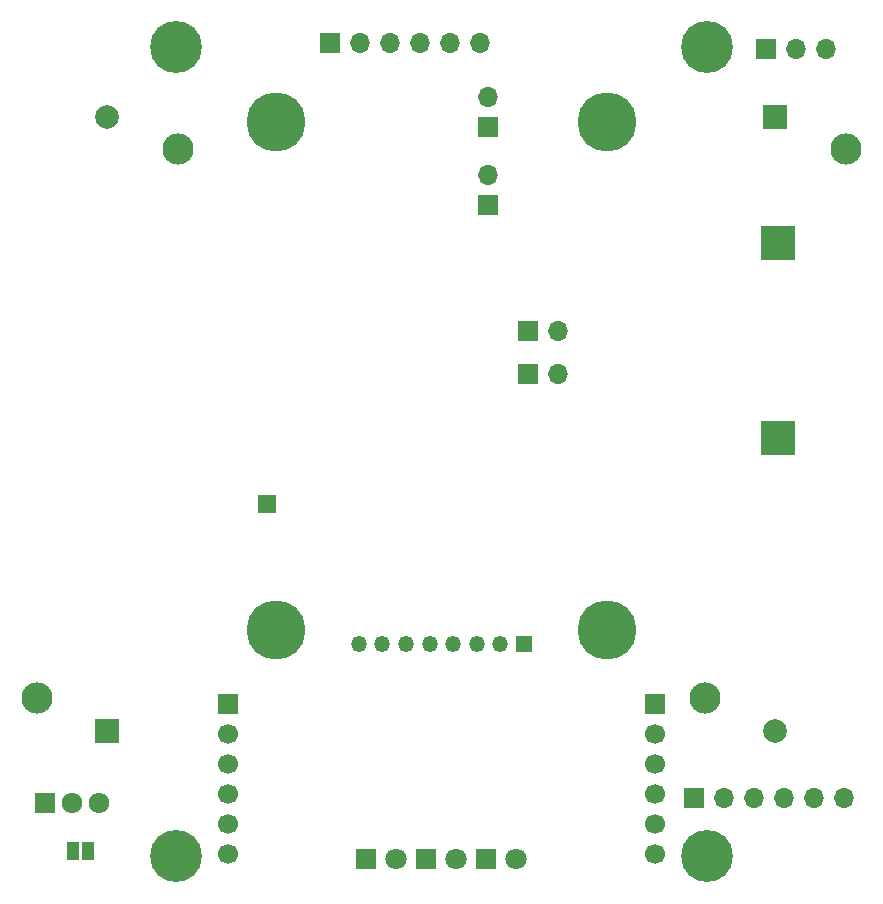
<source format=gbr>
%TF.GenerationSoftware,KiCad,Pcbnew,8.0.9-8.0.9-0~ubuntu22.04.1*%
%TF.CreationDate,2025-06-26T12:13:22+02:00*%
%TF.ProjectId,HB-UNI-SEN-BATT_ATMega1284P_E07-900MM10S_CO2_FUEL4EP,48422d55-4e49-42d5-9345-4e2d42415454,1.0*%
%TF.SameCoordinates,Original*%
%TF.FileFunction,Soldermask,Bot*%
%TF.FilePolarity,Negative*%
%FSLAX46Y46*%
G04 Gerber Fmt 4.6, Leading zero omitted, Abs format (unit mm)*
G04 Created by KiCad (PCBNEW 8.0.9-8.0.9-0~ubuntu22.04.1) date 2025-06-26 12:13:22*
%MOMM*%
%LPD*%
G01*
G04 APERTURE LIST*
G04 Aperture macros list*
%AMRoundRect*
0 Rectangle with rounded corners*
0 $1 Rounding radius*
0 $2 $3 $4 $5 $6 $7 $8 $9 X,Y pos of 4 corners*
0 Add a 4 corners polygon primitive as box body*
4,1,4,$2,$3,$4,$5,$6,$7,$8,$9,$2,$3,0*
0 Add four circle primitives for the rounded corners*
1,1,$1+$1,$2,$3*
1,1,$1+$1,$4,$5*
1,1,$1+$1,$6,$7*
1,1,$1+$1,$8,$9*
0 Add four rect primitives between the rounded corners*
20,1,$1+$1,$2,$3,$4,$5,0*
20,1,$1+$1,$4,$5,$6,$7,0*
20,1,$1+$1,$6,$7,$8,$9,0*
20,1,$1+$1,$8,$9,$2,$3,0*%
G04 Aperture macros list end*
%ADD10R,1.700000X1.700000*%
%ADD11O,1.700000X1.700000*%
%ADD12R,1.717500X1.800000*%
%ADD13O,1.717500X1.800000*%
%ADD14R,1.000000X1.500000*%
%ADD15C,0.700000*%
%ADD16C,4.400000*%
%ADD17C,2.640000*%
%ADD18R,2.000000X2.000000*%
%ADD19C,2.000000*%
%ADD20R,1.350000X1.350000*%
%ADD21O,1.350000X1.350000*%
%ADD22C,5.000000*%
%ADD23R,1.800000X1.800000*%
%ADD24C,1.800000*%
%ADD25RoundRect,0.250000X-0.550000X-0.550000X0.550000X-0.550000X0.550000X0.550000X-0.550000X0.550000X0*%
%ADD26C,1.700000*%
%ADD27R,3.000000X3.000000*%
G04 APERTURE END LIST*
D10*
%TO.C,J3*%
X44796000Y44097500D03*
D11*
X47336000Y44097500D03*
%TD*%
D10*
%TO.C,J4*%
X44796000Y47780500D03*
D11*
X47336000Y47780500D03*
%TD*%
D10*
%TO.C,J5*%
X58880000Y8220000D03*
D11*
X61420000Y8220000D03*
X63960000Y8220000D03*
X66500000Y8220000D03*
X69040000Y8220000D03*
X71580000Y8220000D03*
%TD*%
D12*
%TO.C,Q1*%
X3958400Y7804800D03*
D13*
X6248400Y7804800D03*
X8538400Y7804800D03*
%TD*%
D10*
%TO.C,J10*%
X64989000Y71656500D03*
D11*
X67529000Y71656500D03*
X70069000Y71656500D03*
%TD*%
D14*
%TO.C,JP1*%
X6269200Y3708400D03*
X7569200Y3708400D03*
%TD*%
D15*
%TO.C,H2*%
X58200000Y71750000D03*
X58727200Y73022800D03*
X58727200Y70477200D03*
X60000000Y73550000D03*
D16*
X60000000Y71750000D03*
D15*
X60000000Y69950000D03*
X61272800Y73022800D03*
X61272800Y70477200D03*
X61800000Y71750000D03*
%TD*%
%TO.C,H4*%
X58200000Y3250000D03*
X58727200Y4522800D03*
X58727200Y1977200D03*
X60000000Y5050000D03*
D16*
X60000000Y3250000D03*
D15*
X60000000Y1450000D03*
X61272800Y4522800D03*
X61272800Y1977200D03*
X61800000Y3250000D03*
%TD*%
%TO.C,H1*%
X13200000Y71750000D03*
X13727200Y73022800D03*
X13727200Y70477200D03*
X15000000Y73550000D03*
D16*
X15000000Y71750000D03*
D15*
X15000000Y69950000D03*
X16272800Y73022800D03*
X16272800Y70477200D03*
X16800000Y71750000D03*
%TD*%
%TO.C,H3*%
X13200000Y3250000D03*
X13727200Y4522800D03*
X13727200Y1977200D03*
X15000000Y5050000D03*
D16*
X15000000Y3250000D03*
D15*
X15000000Y1450000D03*
X16272800Y4522800D03*
X16272800Y1977200D03*
X16800000Y3250000D03*
%TD*%
D17*
%TO.C,BT2*%
X3225000Y16650000D03*
X15215000Y63130000D03*
D18*
X9220000Y13900000D03*
D19*
X9220000Y65890000D03*
%TD*%
D10*
%TO.C,J12*%
X28070100Y72139100D03*
D11*
X30610100Y72139100D03*
X33150100Y72139100D03*
X35690100Y72139100D03*
X38230100Y72139100D03*
X40770100Y72139100D03*
%TD*%
D17*
%TO.C,BT1*%
X71775000Y63150000D03*
X59785000Y16670000D03*
D18*
X65780000Y65900000D03*
D19*
X65780000Y13910000D03*
%TD*%
D20*
%TO.C,J11*%
X44500000Y21282000D03*
D21*
X42500000Y21282000D03*
X40500000Y21282000D03*
X38500000Y21282000D03*
X36500000Y21282000D03*
X34500000Y21282000D03*
X32500000Y21282000D03*
X30500000Y21282000D03*
%TD*%
D10*
%TO.C,J1*%
X41400000Y64989000D03*
D11*
X41400000Y67529000D03*
%TD*%
D10*
%TO.C,J2*%
X41400000Y58385000D03*
D11*
X41400000Y60925000D03*
%TD*%
D22*
%TO.C,H5*%
X23500000Y65400000D03*
%TD*%
%TO.C,H6*%
X23500000Y22400000D03*
%TD*%
%TO.C,H7*%
X51500000Y65400000D03*
%TD*%
%TO.C,H8*%
X51500000Y22400000D03*
%TD*%
D23*
%TO.C,D2*%
X41300000Y3000000D03*
D24*
X43840000Y3000000D03*
%TD*%
D23*
%TO.C,D3*%
X36220000Y3000000D03*
D24*
X38760000Y3000000D03*
%TD*%
D25*
%TO.C,AE1*%
X22748000Y33135000D03*
%TD*%
D23*
%TO.C,D4*%
X31140000Y3000000D03*
D24*
X33680000Y3000000D03*
%TD*%
D10*
%TO.C,module2*%
X55539500Y16180000D03*
X19459500Y16180000D03*
D26*
X55539500Y13640000D03*
X19459500Y13640000D03*
X55539500Y11100000D03*
X19459500Y11100000D03*
X55539500Y8560000D03*
X19459500Y8560000D03*
X55539500Y6020000D03*
X19459500Y6020000D03*
X55539500Y3480000D03*
X19459500Y3480000D03*
%TD*%
D27*
%TO.C,BZ1*%
X66000000Y38700000D03*
X66000000Y55200000D03*
%TD*%
M02*

</source>
